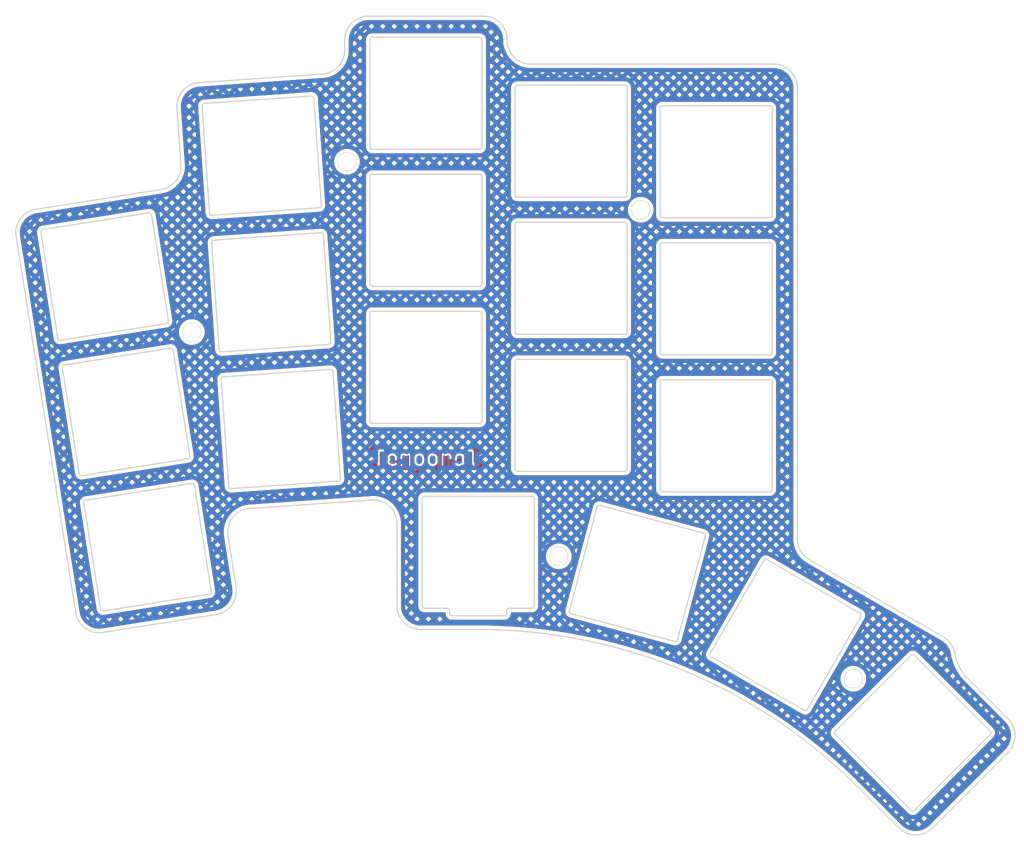
<source format=kicad_pcb>
(kicad_pcb (version 20241229) (generator "pcbnew") (generator_version "9.0")
  (title_block (title "top_plate_38") (date "2026-01-23") (rev "1") (company "Curtis Bollinger"))
  (layers (0 "F.Cu" signal) (2 "B.Cu" signal) (13 "F.Paste" user) (15 "B.Paste" user) (5 "F.SilkS" user "F.Silkscreen") (7 "B.SilkS" user "B.Silkscreen") (1 "F.Mask" user) (3 "B.Mask" user) (25 "Edge.Cuts" user))
  (net 0 "")
  (net 1 "GND")
  (footprint "ceoloide:mounting_hole_npth" (layer "F.Cu") (at 237.589872 126.585966)
    (property "Reference" "MH2" (hide yes))
    (property "Value" "")
    (pad "" np_thru_hole circle (at 0 0) (size 2.2 2.2) (drill 2.2) (layers "*.Cu" "*.Mask"))
  )
  (footprint "ceoloide:mounting_hole_npth" (layer "F.Cu") (at 227.419872 169.585966)
    (property "Reference" "MH4" (hide yes))
    (property "Value" "")
    (pad "" np_thru_hole circle (at 0 0) (size 2.2 2.2) (drill 2.2) (layers "*.Cu" "*.Mask"))
  )
  (footprint "ceoloide:mounting_hole_npth" (layer "F.Cu") (at 201.139872 120.635966)
    (property "Reference" "MH1" (hide yes))
    (property "Value" "")
    (pad "" np_thru_hole circle (at 0 0) (size 2.2 2.2) (drill 2.2) (layers "*.Cu" "*.Mask"))
  )
  (footprint "ceoloide:mounting_hole_npth" (layer "F.Cu") (at 181.888239 141.765191 9)
    (property "Reference" "MH5" (hide yes))
    (property "Value" "")
    (pad "" np_thru_hole circle (at 0 0 9) (size 2.2 2.2) (drill 2.2) (layers "*.Cu" "*.Mask"))
  )
  (footprint "ceoloide:mounting_hole_npth" (layer "F.Cu") (at 263.966131 184.777683 -30)
    (property "Reference" "MH3" (hide yes))
    (property "Value" "")
    (pad "" np_thru_hole circle (at 0 0 330) (size 2.2 2.2) (drill 2.2) (layers "*.Cu" "*.Mask"))
  )
  (gr_circle (center 263.966131 184.777683) (end 265.066131 184.777683) (stroke (width 0.15)) (fill no) (layer "Edge.Cuts"))
  (gr_line (start 217.889872 152.785966) (end 217.889872 139.485966) (stroke (width 0.15)) (layer "Edge.Cuts"))
  (gr_arc (start 253.889872 144.285966) (mid 253.802014 144.49811) (end 253.589872 144.585966) (stroke (width 0.15)) (layer "Edge.Cuts"))
  (gr_arc (start 213.569872 176.035966) (mid 213.782034 176.123822) (end 213.869872 176.335966) (stroke (width 0.15)) (layer "Edge.Cuts"))
  (gr_arc (start 185.594781 144.224293) (mid 185.377059 144.15142) (end 185.274585 143.945951) (stroke (width 0.15)) (layer "Edge.Cuts"))
  (gr_line (start 253.889872 144.285966) (end 253.889872 130.985966) (stroke (width 0.15)) (layer "Edge.Cuts"))
  (gr_line (start 258.490372 169.982067) (end 275.131876 179.590044) (stroke (width 0.15)) (layer "Edge.Cuts"))
  (gr_arc (start 160.088827 129.903838) (mid 160.615928 127.708419) (end 162.541026 126.528675) (stroke (width 0.15)) (layer "Edge.Cuts"))
  (gr_circle (center 181.888239 141.765191) (end 182.988239 141.765191) (stroke (width 0.15)) (fill no) (layer "Edge.Cuts"))
  (gr_line (start 224.369872 175.735966) (end 224.369872 162.435966) (stroke (width 0.15)) (layer "Edge.Cuts"))
  (gr_arc (start 181.640847 157.143221) (mid 181.58727 157.366527) (end 181.391471 157.486458) (stroke (width 0.15)) (layer "Edge.Cuts"))
  (gr_line (start 180.044786 113.962224) (end 180.533592 120.952475) (stroke (width 0.15)) (layer "Edge.Cuts"))
  (gr_arc (start 165.8314 146.181405) (mid 165.885014 145.958156) (end 166.080777 145.838168) (stroke (width 0.15)) (layer "Edge.Cuts"))
  (gr_arc (start 196.706908 112.471803) (mid 196.924639 112.544672) (end 197.027104 112.750145) (stroke (width 0.15)) (layer "Edge.Cuts"))
  (gr_arc (start 210.769872 176.035966) (mid 210.55777 175.948086) (end 210.469872 175.735966) (stroke (width 0.15)) (layer "Edge.Cuts"))
  (gr_line (start 187.38342 173.420788) (end 186.375662 167.058053) (stroke (width 0.15)) (layer "Edge.Cuts"))
  (gr_line (start 232.171129 163.482769) (end 228.728835 176.329582) (stroke (width 0.15)) (layer "Edge.Cuts"))
  (gr_arc (start 184.300233 173.933923) (mid 184.246654 174.157225) (end 184.050857 174.277159) (stroke (width 0.15)) (layer "Edge.Cuts"))
  (gr_line (start 240.289872 161.585966) (end 253.589872 161.585966) (stroke (width 0.15)) (layer "Edge.Cuts"))
  (gr_line (start 253.889872 161.285966) (end 253.889872 147.985966) (stroke (width 0.15)) (layer "Edge.Cuts"))
  (gr_arc (start 204.289872 119.085966) (mid 204.07777 118.998086) (end 203.989872 118.785966) (stroke (width 0.15)) (layer "Edge.Cuts"))
  (gr_arc (start 235.889872 124.735966) (mid 235.802014 124.94811) (end 235.589872 125.035966) (stroke (width 0.15)) (layer "Edge.Cuts"))
  (gr_arc (start 204.289872 136.085966) (mid 204.07777 135.998086) (end 203.989872 135.785966) (stroke (width 0.15)) (layer "Edge.Cuts"))
  (gr_line (start 178.981461 140.352519) (end 176.900882 127.216264) (stroke (width 0.15)) (layer "Edge.Cuts"))
  (gr_line (start 223.965372 108.510466) (end 254.065372 108.510466) (stroke (width 0.15)) (layer "Edge.Cuts"))
  (gr_arc (start 239.989872 147.985966) (mid 240.07775 147.773846) (end 240.289872 147.685966) (stroke (width 0.15)) (layer "Edge.Cuts"))
  (gr_line (start 197.892768 129.430392) (end 184.625166 130.358153) (stroke (width 0.15)) (layer "Edge.Cuts"))
  (gr_arc (start 178.981461 140.352519) (mid 178.927835 140.575743) (end 178.732085 140.695756) (stroke (width 0.15)) (layer "Edge.Cuts"))
  (gr_line (start 235.889872 141.735966) (end 235.889872 128.435966) (stroke (width 0.15)) (layer "Edge.Cuts"))
  (gr_line (start 184.300233 173.933923) (end 182.219654 160.797668) (stroke (width 0.15)) (layer "Edge.Cuts"))
  (gr_line (start 176.557646 126.966888) (end 163.421391 129.047466) (stroke (width 0.15)) (layer "Edge.Cuts"))
  (gr_arc (start 277.875679 184.447544) (mid 276.986206 183.043917) (end 276.523384 181.447943) (stroke (width 0.15)) (layer "Edge.Cuts"))
  (gr_arc (start 197.954865 126.017747) (mid 197.882019 126.235507) (end 197.676523 126.337943) (stroke (width 0.15)) (layer "Edge.Cuts"))
  (gr_line (start 252.862 170.110601) (end 246.212 181.628739) (stroke (width 0.15)) (layer "Edge.Cuts"))
  (gr_line (start 185.532684 147.636938) (end 186.460445 160.90454) (stroke (width 0.15)) (layer "Edge.Cuts"))
  (gr_arc (start 253.589872 147.685966) (mid 253.802034 147.773822) (end 253.889872 147.985966) (stroke (width 0.15)) (layer "Edge.Cuts"))
  (gr_line (start 222.289872 125.035966) (end 235.589872 125.035966) (stroke (width 0.15)) (layer "Edge.Cuts"))
  (gr_line (start 162.541026 126.528675) (end 178.05226 124.071937) (stroke (width 0.15)) (layer "Edge.Cuts"))
  (gr_arc (start 214.169872 176.960966) (mid 213.95777 176.873086) (end 213.869872 176.660966) (stroke (width 0.15)) (layer "Edge.Cuts"))
  (gr_line (start 204.289872 119.085966) (end 217.589872 119.085966) (stroke (width 0.15)) (layer "Edge.Cuts"))
  (gr_arc (start 217.889872 135.785966) (mid 217.802014 135.99811) (end 217.589872 136.085966) (stroke (width 0.15)) (layer "Edge.Cuts"))
  (gr_line (start 210.294372 178.661466) (end 217.384887 178.661466) (stroke (width 0.15)) (layer "Edge.Cuts"))
  (gr_arc (start 224.369872 175.735966) (mid 224.282014 175.94811) (end 224.069872 176.035966) (stroke (width 0.15)) (layer "Edge.Cuts"))
  (gr_line (start 235.889872 158.735966) (end 235.889872 145.435966) (stroke (width 0.15)) (layer "Edge.Cuts"))
  (gr_arc (start 204.18859 162.597511) (mid 206.406278 163.382822) (end 207.344372 165.540325) (stroke (width 0.15)) (layer "Edge.Cuts"))
  (gr_line (start 245.385366 166.71293) (end 232.538552 163.270637) (stroke (width 0.15)) (layer "Edge.Cuts"))
  (gr_arc (start 222.289872 159.035966) (mid 222.07777 158.948086) (end 221.989872 158.735966) (stroke (width 0.15)) (layer "Edge.Cuts"))
  (gr_circle (center 227.419872 169.585966) (end 228.519872 169.585966) (stroke (width 0.15)) (fill no) (layer "Edge.Cuts"))
  (gr_arc (start 235.589872 128.135966) (mid 235.802034 128.223822) (end 235.889872 128.435966) (stroke (width 0.15)) (layer "Edge.Cuts"))
  (gr_line (start 184.346824 130.678349) (end 185.274585 143.945951) (stroke (width 0.15)) (layer "Edge.Cuts"))
  (gr_line (start 239.989872 130.985966) (end 239.989872 144.285966) (stroke (width 0.15)) (layer "Edge.Cuts"))
  (gr_arc (start 242.155204 179.927167) (mid 242.015423 180.10933) (end 241.787781 180.139299) (stroke (width 0.15)) (layer "Edge.Cuts"))
  (gr_arc (start 224.069872 162.135966) (mid 224.282034 162.223822) (end 224.369872 162.435966) (stroke (width 0.15)) (layer "Edge.Cuts"))
  (gr_arc (start 187.38342 173.420788) (mid 186.856355 175.616265) (end 184.931221 176.795951) (stroke (width 0.15)) (layer "Edge.Cuts"))
  (gr_line (start 204.289872 136.085966) (end 217.589872 136.085966) (stroke (width 0.15)) (layer "Edge.Cuts"))
  (gr_arc (start 220.969872 176.335966) (mid 221.05775 176.123846) (end 221.269872 176.035966) (stroke (width 0.15)) (layer "Edge.Cuts"))
  (gr_arc (start 252.862 170.110601) (mid 253.044161 169.970828) (end 253.271808 170.000793) (stroke (width 0.15)) (layer "Edge.Cuts"))
  (gr_line (start 165.8314 146.181405) (end 167.911979 159.31766) (stroke (width 0.15)) (layer "Edge.Cuts"))
  (gr_line (start 257.015372 167.427292) (end 257.015372 111.460466) (stroke (width 0.15)) (layer "Edge.Cuts"))
  (gr_arc (start 217.589872 122.185966) (mid 217.802034 122.273822) (end 217.889872 122.485966) (stroke (width 0.15)) (layer "Edge.Cuts"))
  (gr_arc (start 199.078628 146.388981) (mid 199.296386 146.461822) (end 199.398824 146.667323) (stroke (width 0.15)) (layer "Edge.Cuts"))
  (gr_arc (start 185.532684 147.636938) (mid 185.605533 147.419172) (end 185.811026 147.316742) (stroke (width 0.15)) (layer "Edge.Cuts"))
  (gr_arc (start 220.969872 176.660966) (mid 220.882014 176.87311) (end 220.669872 176.960966) (stroke (width 0.15)) (layer "Edge.Cuts"))
  (gr_line (start 221.989872 128.435966) (end 221.989872 141.735966) (stroke (width 0.15)) (layer "Edge.Cuts"))
  (gr_line (start 235.589872 145.135966) (end 222.289872 145.135966) (stroke (width 0.15)) (layer "Edge.Cuts"))
  (gr_arc (start 203.989872 139.485966) (mid 204.07775 139.273846) (end 204.289872 139.185966) (stroke (width 0.15)) (layer "Edge.Cuts"))
  (gr_line (start 181.876417 160.548292) (end 168.740162 162.62887) (stroke (width 0.15)) (layer "Edge.Cuts"))
  (gr_arc (start 221.989872 145.435966) (mid 222.07775 145.223846) (end 222.289872 145.135966) (stroke (width 0.15)) (layer "Edge.Cuts"))
  (gr_arc (start 217.889872 152.785966) (mid 217.802014 152.99811) (end 217.589872 153.085966) (stroke (width 0.15)) (layer "Edge.Cuts"))
  (gr_line (start 189.083561 163.653758) (end 204.18859 162.597511) (stroke (width 0.15)) (layer "Edge.Cuts"))
  (gr_line (start 280.961223 191.272307) (end 271.556702 181.867787) (stroke (width 0.15)) (layer "Edge.Cuts"))
  (gr_line (start 239.989872 147.985966) (end 239.989872 161.285966) (stroke (width 0.15)) (layer "Edge.Cuts"))
  (gr_line (start 264.492341 198.174012) (end 269.612159 203.29383) (stroke (width 0.15)) (layer "Edge.Cuts"))
  (gr_arc (start 253.589872 130.685966) (mid 253.802034 130.773822) (end 253.889872 130.985966) (stroke (width 0.15)) (layer "Edge.Cuts"))
  (gr_line (start 221.989872 111.435966) (end 221.989872 124.735966) (stroke (width 0.15)) (layer "Edge.Cuts"))
  (gr_line (start 185.594781 144.224293) (end 198.862383 143.296532) (stroke (width 0.15)) (layer "Edge.Cuts"))
  (gr_line (start 221.015372 105.560466) (end 221.015372 105.510466) (stroke (width 0.15)) (layer "Edge.Cuts"))
  (gr_line (start 258.249753 188.578739) (end 264.899753 177.060601) (stroke (width 0.15)) (layer "Edge.Cuts"))
  (gr_line (start 278.032417 184.617381) (end 283.157748 189.752029) (stroke (width 0.15)) (layer "Edge.Cuts"))
  (gr_arc (start 199.140725 142.976336) (mid 199.067881 143.194091) (end 198.862383 143.296532) (stroke (width 0.15)) (layer "Edge.Cuts"))
  (gr_arc (start 197.892768 129.430392) (mid 198.110528 129.503244) (end 198.212964 129.708734) (stroke (width 0.15)) (layer "Edge.Cuts"))
  (gr_arc (start 264.789946 176.650793) (mid 264.929702 176.832957) (end 264.899753 177.060601) (stroke (width 0.15)) (layer "Edge.Cuts"))
  (gr_line (start 235.589872 128.135966) (end 222.289872 128.135966) (stroke (width 0.15)) (layer "Edge.Cuts"))
  (gr_line (start 218.065372 102.560466) (end 203.814372 102.560466) (stroke (width 0.15)) (layer "Edge.Cuts"))
  (gr_line (start 217.589872 139.185966) (end 204.289872 139.185966) (stroke (width 0.15)) (layer "Edge.Cuts"))
  (gr_line (start 242.155204 179.927167) (end 245.597498 167.080353) (stroke (width 0.15)) (layer "Edge.Cuts"))
  (gr_line (start 221.269872 176.035966) (end 224.069872 176.035966) (stroke (width 0.15)) (layer "Edge.Cuts"))
  (gr_circle (center 237.589872 126.585966) (end 238.689872 126.585966) (stroke (width 0.15)) (fill no) (layer "Edge.Cuts"))
  (gr_arc (start 203.989872 122.485966) (mid 204.07775 122.273846) (end 204.289872 122.185966) (stroke (width 0.15)) (layer "Edge.Cuts"))
  (gr_circle (center 201.139872 120.635966) (end 202.239872 120.635966) (stroke (width 0.15)) (fill no) (layer "Edge.Cuts"))
  (gr_line (start 240.289872 127.585966) (end 253.589872 127.585966) (stroke (width 0.15)) (layer "Edge.Cuts"))
  (gr_line (start 203.989872 122.485966) (end 203.989872 135.785966) (stroke (width 0.15)) (layer "Edge.Cuts"))
  (gr_arc (start 246.321808 182.038546) (mid 246.182001 181.85638) (end 246.212 181.628739) (stroke (width 0.15)) (layer "Edge.Cuts"))
  (gr_line (start 170.855675 179.025298) (end 184.931221 176.795951) (stroke (width 0.15)) (layer "Edge.Cuts"))
  (gr_arc (start 261.727918 191.696571) (mid 261.640008 191.484428) (end 261.727918 191.272307) (stroke (width 0.15)) (layer "Edge.Cuts"))
  (gr_line (start 220.969872 176.660966) (end 220.969872 176.335966) (stroke (width 0.15)) (layer "Edge.Cuts"))
  (gr_arc (start 221.989872 128.435966) (mid 222.07775 128.223846) (end 222.289872 128.135966) (stroke (width 0.15)) (layer "Edge.Cuts"))
  (gr_arc (start 184.346824 130.678349) (mid 184.419671 130.460588) (end 184.625166 130.358153) (stroke (width 0.15)) (layer "Edge.Cuts"))
  (gr_arc (start 253.889872 161.285966) (mid 253.802014 161.49811) (end 253.589872 161.585966) (stroke (width 0.15)) (layer "Edge.Cuts"))
  (gr_arc (start 203.989872 105.485966) (mid 204.07775 105.273846) (end 204.289872 105.185966) (stroke (width 0.15)) (layer "Edge.Cuts"))
  (gr_line (start 264.789946 176.650793) (end 253.271808 170.000793) (stroke (width 0.15)) (layer "Edge.Cuts"))
  (gr_arc (start 254.065372 108.510466) (mid 256.151367 109.374489) (end 257.015372 111.460466) (stroke (width 0.15)) (layer "Edge.Cuts"))
  (gr_arc (start 168.255216 159.567036) (mid 168.031952 159.513429) (end 167.911979 159.31766) (stroke (width 0.15)) (layer "Edge.Cuts"))
  (gr_line (start 235.889872 124.735966) (end 235.889872 111.435966) (stroke (width 0.15)) (layer "Edge.Cuts"))
  (gr_arc (start 253.889872 127.285966) (mid 253.802014 127.49811) (end 253.589872 127.585966) (stroke (width 0.15)) (layer "Edge.Cuts"))
  (gr_line (start 163.172015 129.390703) (end 165.252593 142.526958) (stroke (width 0.15)) (layer "Edge.Cuts"))
  (gr_line (start 273.784089 203.29383) (end 283.155854 193.922064) (stroke (width 0.15)) (layer "Edge.Cuts"))
  (gr_arc (start 235.562726 181.189418) (mid 242.879259 183.732609) (end 249.851136 187.107871) (stroke (width 0.15)) (layer "Edge.Cuts"))
  (gr_line (start 196.706908 112.471803) (end 183.439306 113.399564) (stroke (width 0.15)) (layer "Edge.Cuts"))
  (gr_line (start 170.914602 176.357738) (end 184.050857 174.277159) (stroke (width 0.15)) (layer "Edge.Cuts"))
  (gr_line (start 168.255216 159.567036) (end 181.391471 157.486458) (stroke (width 0.15)) (layer "Edge.Cuts"))
  (gr_arc (start 228.940967 176.697006) (mid 228.758782 176.557231) (end 228.728835 176.329582) (stroke (width 0.15)) (layer "Edge.Cuts"))
  (gr_arc (start 204.289872 153.085966) (mid 204.07777 152.998086) (end 203.989872 152.785966) (stroke (width 0.15)) (layer "Edge.Cuts"))
  (gr_line (start 165.59583 142.776334) (end 178.732085 140.695756) (stroke (width 0.15)) (layer "Edge.Cuts"))
  (gr_arc (start 251.531574 188.078073) (mid 258.324363 192.724989) (end 264.492341 198.174012) (stroke (width 0.15)) (layer "Edge.Cuts"))
  (gr_line (start 224.069872 162.135966) (end 210.769872 162.135966) (stroke (width 0.15)) (layer "Edge.Cuts"))
  (gr_arc (start 222.289872 125.035966) (mid 222.07777 124.948086) (end 221.989872 124.735966) (stroke (width 0.15)) (layer "Edge.Cuts"))
  (gr_line (start 168.490786 162.972107) (end 170.571365 176.108362) (stroke (width 0.15)) (layer "Edge.Cuts"))
  (gr_line (start 204.289872 153.085966) (end 217.589872 153.085966) (stroke (width 0.15)) (layer "Edge.Cuts"))
  (gr_line (start 222.289872 142.035966) (end 235.589872 142.035966) (stroke (width 0.15)) (layer "Edge.Cuts"))
  (gr_line (start 200.864372 106.798254) (end 200.864372 105.510466) (stroke (width 0.15)) (layer "Edge.Cuts"))
  (gr_arc (start 165.59583 142.776334) (mid 165.372558 142.722734) (end 165.252593 142.526958) (stroke (width 0.15)) (layer "Edge.Cuts"))
  (gr_line (start 249.851136 187.107871) (end 251.531574 188.078073) (stroke (width 0.15)) (layer "Edge.Cuts"))
  (gr_arc (start 200.326585 159.934925) (mid 200.253749 160.152705) (end 200.048243 160.255121) (stroke (width 0.15)) (layer "Edge.Cuts"))
  (gr_arc (start 271.556702 201.101092) (mid 271.34457 201.18896) (end 271.132438 201.101092) (stroke (width 0.15)) (layer "Edge.Cuts"))
  (gr_line (start 184.408921 127.265704) (end 197.676523 126.337943) (stroke (width 0.15)) (layer "Edge.Cuts"))
  (gr_arc (start 221.989872 111.435966) (mid 222.07775 111.223846) (end 222.289872 111.135966) (stroke (width 0.15)) (layer "Edge.Cuts"))
  (gr_arc (start 186.375662 167.058053) (mid 186.980663 164.760185) (end 189.083561 163.653758) (stroke (width 0.15)) (layer "Edge.Cuts"))
  (gr_arc (start 183.160964 113.71976) (mid 183.233809 113.502004) (end 183.439306 113.399564) (stroke (width 0.15)) (layer "Edge.Cuts"))
  (gr_line (start 199.140725 142.976336) (end 198.212964 129.708734) (stroke (width 0.15)) (layer "Edge.Cuts"))
  (gr_line (start 228.940967 176.697006) (end 241.787781 180.139299) (stroke (width 0.15)) (layer "Edge.Cuts"))
  (gr_arc (start 181.876417 160.548292) (mid 182.099653 160.601915) (end 182.219654 160.797668) (stroke (width 0.15)) (layer "Edge.Cuts"))
  (gr_arc (start 217.889872 118.785966) (mid 217.802014 118.99811) (end 217.589872 119.085966) (stroke (width 0.15)) (layer "Edge.Cuts"))
  (gr_arc (start 239.989872 113.985966) (mid 240.07775 113.773846) (end 240.289872 113.685966) (stroke (width 0.15)) (layer "Edge.Cuts"))
  (gr_arc (start 180.044786 113.962225) (mid 180.761189 111.821041) (end 182.781819 110.813629) (stroke (width 0.15)) (layer "Edge.Cuts"))
  (gr_line (start 253.589872 113.685966) (end 240.289872 113.685966) (stroke (width 0.15)) (layer "Edge.Cuts"))
  (gr_arc (start 278.032417 184.617381) (mid 277.952383 184.533999) (end 277.875679 184.447544) (stroke (width 0.15)) (layer "Edge.Cuts"))
  (gr_arc (start 222.289872 142.035966) (mid 222.07777 141.948086) (end 221.989872 141.735966) (stroke (width 0.15)) (layer "Edge.Cuts"))
  (gr_arc (start 253.589872 113.685966) (mid 253.802034 113.773822) (end 253.889872 113.985966) (stroke (width 0.15)) (layer "Edge.Cuts"))
  (gr_arc (start 258.249753 188.578739) (mid 258.067584 188.718528) (end 257.839946 188.688547) (stroke (width 0.15)) (layer "Edge.Cuts"))
  (gr_arc (start 235.589872 145.135966) (mid 235.802034 145.223822) (end 235.889872 145.435966) (stroke (width 0.15)) (layer "Edge.Cuts"))
  (gr_arc (start 232.171128 163.482769) (mid 232.310903 163.300601) (end 232.538552 163.270637) (stroke (width 0.15)) (layer "Edge.Cuts"))
  (gr_arc (start 210.469872 162.435966) (mid 210.55775 162.223846) (end 210.769872 162.135966) (stroke (width 0.15)) (layer "Edge.Cuts"))
  (gr_arc (start 235.889872 158.735966) (mid 235.802014 158.94811) (end 235.589872 159.035966) (stroke (width 0.15)) (layer "Edge.Cuts"))
  (gr_arc (start 275.131877 179.590044) (mid 276.018047 180.376377) (end 276.523384 181.447943) (stroke (width 0.15)) (layer "Edge.Cuts"))
  (gr_line (start 253.589872 130.685966) (end 240.289872 130.685966) (stroke (width 0.15)) (layer "Edge.Cuts"))
  (gr_arc (start 271.132438 181.867787) (mid 271.34457 181.779919) (end 271.556702 181.867787) (stroke (width 0.15)) (layer "Edge.Cuts"))
  (gr_line (start 213.869872 176.335966) (end 213.869872 176.660966) (stroke (width 0.15)) (layer "Edge.Cuts"))
  (gr_line (start 186.780641 161.182882) (end 200.048243 160.255121) (stroke (width 0.15)) (layer "Edge.Cuts"))
  (gr_arc (start 217.589872 139.185966) (mid 217.802034 139.273822) (end 217.889872 139.485966) (stroke (width 0.15)) (layer "Edge.Cuts"))
  (gr_arc (start 200.864372 106.798254) (mid 200.07188 108.810168) (end 198.120154 109.741068) (stroke (width 0.15)) (layer "Edge.Cuts"))
  (gr_line (start 210.769872 176.035966) (end 213.569872 176.035966) (stroke (width 0.15)) (layer "Edge.Cuts"))
  (gr_arc (start 163.172015 129.390703) (mid 163.22563 129.16746) (end 163.421391 129.047466) (stroke (width 0.15)) (layer "Edge.Cuts"))
  (gr_arc (start 170.855675 179.025298) (mid 168.660227 178.498215) (end 167.480512 176.573099) (stroke (width 0.15)) (layer "Edge.Cuts"))
  (gr_arc (start 239.989872 130.985966) (mid 240.07775 130.773846) (end 240.289872 130.685966) (stroke (width 0.15)) (layer "Edge.Cuts"))
  (gr_line (start 207.344372 165.540325) (end 207.344372 175.711466) (stroke (width 0.15)) (layer "Edge.Cuts"))
  (gr_arc (start 217.589872 105.185966) (mid 217.802034 105.273822) (end 217.889872 105.485966) (stroke (width 0.15)) (layer "Edge.Cuts"))
  (gr_line (start 160.088827 129.903838) (end 167.480512 176.573099) (stroke (width 0.15)) (layer "Edge.Cuts"))
  (gr_line (start 217.889872 135.785966) (end 217.889872 122.485966) (stroke (width 0.15)) (layer "Edge.Cuts"))
  (gr_line (start 240.289872 144.585966) (end 253.589872 144.585966) (stroke (width 0.15)) (layer "Edge.Cuts"))
  (gr_arc (start 240.289872 127.585966) (mid 240.07777 127.498086) (end 239.989872 127.285966) (stroke (width 0.15)) (layer "Edge.Cuts"))
  (gr_line (start 197.954865 126.017747) (end 197.027104 112.750145) (stroke (width 0.15)) (layer "Edge.Cuts"))
  (gr_line (start 261.727918 191.696571) (end 271.132438 201.101092) (stroke (width 0.15)) (layer "Edge.Cuts"))
  (gr_line (start 239.989872 113.985966) (end 239.989872 127.285966) (stroke (width 0.15)) (layer "Edge.Cuts"))
  (gr_line (start 181.640847 157.143221) (end 179.560268 144.006966) (stroke (width 0.15)) (layer "Edge.Cuts"))
  (gr_arc (start 240.289872 144.585966) (mid 240.07777 144.498086) (end 239.989872 144.285966) (stroke (width 0.15)) (layer "Edge.Cuts"))
  (gr_arc (start 280.961223 191.272307) (mid 281.049066 191.484428) (end 280.961223 191.696571) (stroke (width 0.15)) (layer "Edge.Cuts"))
  (gr_arc (start 210.294372 178.661466) (mid 208.208437 177.797419) (end 207.344372 175.711466) (stroke (width 0.15)) (layer "Edge.Cuts"))
  (gr_line (start 214.169872 176.960966) (end 220.669872 176.960966) (stroke (width 0.15)) (layer "Edge.Cuts"))
  (gr_line (start 203.989872 139.485966) (end 203.989872 152.785966) (stroke (width 0.15)) (layer "Edge.Cuts"))
  (gr_line (start 233.688441 180.687205) (end 235.562726 181.189418) (stroke (width 0.15)) (layer "Edge.Cuts"))
  (gr_line (start 253.589872 147.685966) (end 240.289872 147.685966) (stroke (width 0.15)) (layer "Edge.Cuts"))
  (gr_line (start 271.556702 201.101092) (end 280.961223 191.696571) (stroke (width 0.15)) (layer "Edge.Cuts"))
  (gr_arc (start 240.289872 161.585966) (mid 240.07777 161.498086) (end 239.989872 161.285966) (stroke (width 0.15)) (layer "Edge.Cuts"))
  (gr_arc (start 273.784089 203.29383) (mid 271.698124 204.157865) (end 269.612159 203.29383) (stroke (width 0.15)) (layer "Edge.Cuts"))
  (gr_line (start 235.589872 111.135966) (end 222.289872 111.135966) (stroke (width 0.15)) (layer "Edge.Cuts"))
  (gr_arc (start 235.589872 111.135966) (mid 235.802034 111.223822) (end 235.889872 111.435966) (stroke (width 0.15)) (layer "Edge.Cuts"))
  (gr_arc (start 176.557646 126.966888) (mid 176.780928 127.020478) (end 176.900882 127.216264) (stroke (width 0.15)) (layer "Edge.Cuts"))
  (gr_line (start 217.589872 105.185966) (end 204.289872 105.185966) (stroke (width 0.15)) (layer "Edge.Cuts"))
  (gr_line (start 246.321808 182.038546) (end 257.839946 188.688547) (stroke (width 0.15)) (layer "Edge.Cuts"))
  (gr_arc (start 200.864372 105.510466) (mid 201.728417 103.424513) (end 203.814372 102.560466) (stroke (width 0.15)) (layer "Edge.Cuts"))
  (gr_line (start 222.289872 159.035966) (end 235.589872 159.035966) (stroke (width 0.15)) (layer "Edge.Cuts"))
  (gr_line (start 217.589872 122.185966) (end 204.289872 122.185966) (stroke (width 0.15)) (layer "Edge.Cuts"))
  (gr_line (start 182.781819 110.813629) (end 198.120154 109.741068) (stroke (width 0.15)) (layer "Edge.Cuts"))
  (gr_line (start 203.989872 105.485966) (end 203.989872 118.785966) (stroke (width 0.15)) (layer "Edge.Cuts"))
  (gr_line (start 217.889872 118.785966) (end 217.889872 105.485966) (stroke (width 0.15)) (layer "Edge.Cuts"))
  (gr_line (start 200.326585 159.934925) (end 199.398824 146.667323) (stroke (width 0.15)) (layer "Edge.Cuts"))
  (gr_arc (start 235.889872 141.735966) (mid 235.802014 141.94811) (end 235.589872 142.035966) (stroke (width 0.15)) (layer "Edge.Cuts"))
  (gr_arc (start 180.533592 120.952475) (mid 179.899489 122.994695) (end 178.05226 124.071937) (stroke (width 0.15)) (layer "Edge.Cuts"))
  (gr_arc (start 217.384887 178.661466) (mid 225.599348 179.169839) (end 233.688441 180.687205) (stroke (width 0.15)) (layer "Edge.Cuts"))
  (gr_arc (start 283.157748 189.752029) (mid 284.019893 191.837439) (end 283.155854 193.922064) (stroke (width 0.15)) (layer "Edge.Cuts"))
  (gr_arc (start 179.217031 143.75759) (mid 179.440322 143.811173) (end 179.560268 144.006966) (stroke (width 0.15)) (layer "Edge.Cuts"))
  (gr_line (start 179.217031 143.75759) (end 166.080777 145.838168) (stroke (width 0.15)) (layer "Edge.Cuts"))
  (gr_line (start 271.132438 181.867787) (end 261.727918 191.272307) (stroke (width 0.15)) (layer "Edge.Cuts"))
  (gr_arc (start 184.408921 127.265704) (mid 184.19117 127.192847) (end 184.088725 126.987362) (stroke (width 0.15)) (layer "Edge.Cuts"))
  (gr_line (start 210.469872 162.435966) (end 210.469872 175.735966) (stroke (width 0.15)) (layer "Edge.Cuts"))
  (gr_line (start 199.078628 146.388981) (end 185.811026 147.316742) (stroke (width 0.15)) (layer "Edge.Cuts"))
  (gr_line (start 221.989872 145.435966) (end 221.989872 158.735966) (stroke (width 0.15)) (layer "Edge.Cuts"))
  (gr_arc (start 218.065372 102.560466) (mid 220.151367 103.424489) (end 221.015372 105.510466) (stroke (width 0.15)) (layer "Edge.Cuts"))
  (gr_line (start 183.160964 113.71976) (end 184.088725 126.987362) (stroke (width 0.15)) (layer "Edge.Cuts"))
  (gr_arc (start 245.385366 166.71293) (mid 245.567512 166.852711) (end 245.597498 167.080353) (stroke (width 0.15)) (layer "Edge.Cuts"))
  (gr_arc (start 170.914602 176.357738) (mid 170.691346 176.304125) (end 170.571365 176.108362) (stroke (width 0.15)) (layer "Edge.Cuts"))
  (gr_arc (start 258.490372 169.982067) (mid 257.41061 168.902288) (end 257.015372 167.427292) (stroke (width 0.15)) (layer "Edge.Cuts"))
  (gr_line (start 253.889872 127.285966) (end 253.889872 113.985966) (stroke (width 0.15)) (layer "Edge.Cuts"))
  (gr_arc (start 223.965372 108.510466) (mid 221.879437 107.646419) (end 221.015372 105.560466) (stroke (width 0.15)) (layer "Edge.Cuts"))
  (gr_arc (start 186.780641 161.182882) (mid 186.562884 161.110032) (end 186.460445 160.90454) (stroke (width 0.15)) (layer "Edge.Cuts"))
  (gr_arc (start 168.490786 162.972107) (mid 168.544398 162.748854) (end 168.740162 162.62887) (stroke (width 0.15)) (layer "Edge.Cuts"))
  (zone (net 0) (net_name "") (layer "F.Cu") (name "TEXT_Temporal_2") (connect_pads (clearance 0)) (min_thickness 0.25)
    (keepout (tracks allowed) (vias allowed) (pads allowed) (copperpour not_allowed) (footprints allowed))
    (fill (thermal_gap 0.5) (thermal_bridge_width 0.5))
    (polygon (pts (xy 209.038271 158.387017) (xy 208.979212 158.397229) (xy 208.919799 158.387063) (xy 208.874066 158.357905) (xy 208.844253 158.312381) (xy 208.833522 158.248118) (xy 208.833522 157.230603) (xy 208.826045 157.16288) (xy 208.804212 157.102741) (xy 208.779852 157.071487) (xy 208.744443 157.052212) (xy 208.693937 157.0451) (xy 208.64709 157.051911) (xy 208.61334 157.070624) (xy 208.589279 157.101398) (xy 208.567484 157.160284) (xy 208.55997 157.227794) (xy 208.55997 158.262284) (xy 208.549718 158.320899) (xy 208.521135 158.362058) (xy 208.478607 158.388309) (xy 208.427101 158.397229) (xy 208.375575 158.388313) (xy 208.332946 158.362058) (xy 208.304457 158.32091) (xy 208.294233 158.262284) (xy 208.294233 157.230603) (xy 208.286935 157.16284) (xy 208.265657 157.102741) (xy 208.241731 157.071614) (xy 208.20615 157.052286) (xy 208.154526 157.0451) (xy 208.104478 157.051863) (xy 208.068688 157.070254) (xy 208.043396 157.099933) (xy 208.020236 157.158152) (xy 208.012133 157.227794) (xy 208.012133 158.248118) (xy 208.001712 158.312501) (xy 207.972932 158.357905) (xy 207.928814 158.387134) (xy 207.872182 158.397229) (xy 207.812541 158.387108) (xy 207.765692 158.357905) (xy 207.734745 158.312267) (xy 207.723682 158.24824) (xy 207.723682 156.921513) (xy 207.734295 156.865986) (xy 207.764226 156.827358) (xy 207.808657 156.803344) (xy 207.863755 156.794996) (xy 207.92095 156.803488) (xy 207.964506 156.827358) (xy 207.993392 156.865862) (xy 208.003706 156.921513) (xy 208.003706 157.008586) (xy 208.040421 156.918211) (xy 208.089436 156.852637) (xy 208.13154 156.822033) (xy 208.18773 156.802281) (xy 208.26236 156.794996) (xy 208.340379 156.802924) (xy 208.40193 156.824889) (xy 208.450671 156.85972) (xy 208.505292 156.93008) (xy 208.532248 157.008586) (xy 208.564289 156.925858) (xy 208.621641 156.856911) (xy 208.671753 156.823805) (xy 208.735677 156.802674) (xy 208.817279 156.794996) (xy 208.896897 156.802891) (xy 208.958452 156.824549) (xy 209.010858 156.859734) (xy 209.053462 156.906126) (xy 209.085243 156.961857) (xy 209.106585 157.02837) (xy 209.118004 157.100206) (xy 209.121972 157.180044) (xy 209.121972 158.24824) (xy 209.111556 158.312517) (xy 209.082771 158.357905)))
  )
  (zone (net 0) (net_name "") (layer "F.Cu") (name "TEXT_Temporal_1") (connect_pads (clearance 0)) (min_thickness 0.25)
    (keepout (tracks allowed) (vias allowed) (pads allowed) (copperpour not_allowed) (footprints allowed))
    (fill (thermal_gap 0.5) (thermal_bridge_width 0.5))
    (polygon (pts (xy 206.8746 156.802278) (xy 206.968261 156.822582) (xy 207.04603 156.854224) (xy 207.148828 156.924789) (xy 207.229457 157.017501) (xy 207.288576 157.12838) (xy 207.328864 157.259668) (xy 207.350694 157.400752) (xy 207.358295 157.55801) (xy 207.348564 157.615452) (xy 207.320437 157.660836) (xy 207.277007 157.691027) (xy 207.218221 157.701625) (xy 206.38975 157.701625) (xy 206.40963 157.803656) (xy 206.438598 157.886395) (xy 206.479059 157.958966) (xy 206.526892 158.015111) (xy 206.583977 158.05918) (xy 206.648647 158.090704) (xy 206.719096 158.109464) (xy 206.795681 158.115861) (xy 206.909293 158.105536) (xy 206.991564 158.078125) (xy 207.109167 158.009493) (xy 207.149711 157.980184) (xy 207.190378 157.973101) (xy 207.243742 157.984097) (xy 207.28551 158.016698) (xy 207.313039 158.063027) (xy 207.322025 158.113541) (xy 207.309324 158.171182) (xy 207.292094 158.197772) (xy 207.257545 158.234196) (xy 207.16229 158.304538) (xy 207.053113 158.35644) (xy 206.928549 158.387337) (xy 206.789942 158.397229) (xy 206.680844 158.390603) (xy 206.583829 158.371581) (xy 206.497217 158.341053) (xy 206.379615 158.272575) (xy 206.283016 158.180829) (xy 206.207436 158.068163) (xy 206.150025 157.930603) (xy 206.115872 157.779269) (xy 206.103864 157.604538) (xy 206.112088 157.459336) (xy 206.38975 157.459336) (xy 207.042733 157.459336) (xy 207.070699 157.443949) (xy 207.080341 157.42346) (xy 207.084743 157.377637) (xy 207.07952 157.322283) (xy 207.063738 157.267972) (xy 207.037582 157.217429) (xy 207.000601 157.172229) (xy 206.954652 157.134285) (xy 206.898263 157.10323) (xy 206.835361 157.08331) (xy 206.762464 157.076363) (xy 206.684037 157.083671) (xy 206.616651 157.104573) (xy 206.556574 157.138527) (xy 206.506009 157.183464) (xy 206.464743 157.238117) (xy 206.43176 157.303143) (xy 206.407681 157.374897) (xy 206.38975 157.459336) (xy 206.112088 157.459336) (xy 206.112673 157.449014) (xy 206.13879 157.299723) (xy 206.185385 157.159254) (xy 206.252241 157.039605) (xy 206.309479 156.969943) (xy 206.376814 156.910623) (xy 206.455207 156.861063) (xy 206.540781 156.825574) (xy 206.641978 156.80302) (xy 206.761854 156.794996)))
  )
  (zone (net 1) (net_name "GND") (layer "F.Cu") (connect_pads (clearance 0.2)) (min_thickness 0.2) (fill yes (mode hatch) (thermal_gap 0.254) (thermal_bridge_width 0.4) (smoothing fillet) (radius 0.5) (hatch_thickness 0.5) (hatch_gap 0.5) (hatch_orientation 45) (hatch_smoothing_level 1) (hatch_smoothing_value 0.1) (hatch_border_algorithm hatch_thickness) (hatch_min_hole_area 0.3))
    (polygon (pts (xy 158.088827 100.560466) (xy 285.157748 100.560466) (xy 285.157748 205.29383) (xy 158.088827 205.29383)))
  )
  (zone (net 0) (net_name "") (layer "F.Cu") (name "TEXT_Temporal_7") (connect_pads (clearance 0)) (min_thickness 0.25)
    (keepout (tracks allowed) (vias allowed) (pads allowed) (copperpour not_allowed) (footprints allowed))
    (fill (thermal_gap 0.5) (thermal_bridge_width 0.5))
    (polygon (pts (xy 205.066686 158.389413) (xy 205.001108 158.379469) (xy 204.958487 158.353021) (xy 204.93233 158.30992) (xy 204.922461 158.243478) (xy 204.922461 156.599601) (xy 204.514453 156.599601) (xy 204.455531 156.589646) (xy 204.41236 156.561621) (xy 204.38453 156.518219) (xy 204.374624 156.458917) (xy 204.384219 156.3995) (xy 204.411016 156.356213) (xy 204.45358 156.328353) (xy 204.514942 156.318233) (xy 205.625514 156.318233) (xy 205.686769 156.328349) (xy 205.729317 156.356213) (xy 205.756208 156.39951) (xy 205.765831 156.458917) (xy 205.755786 156.518167) (xy 205.727485 156.561621) (xy 205.683811 156.589634) (xy 205.624171 156.599601) (xy 205.210912 156.599601) (xy 205.210912 158.243478) (xy 205.201043 158.30992) (xy 205.174886 158.353021) (xy 205.132264 158.379469)))
  )
  (zone (net 0) (net_name "") (layer "F.Cu") (name "TEXT_Temporal_4") (connect_pads (clearance 0)) (min_thickness 0.25)
    (keepout (tracks allowed) (vias allowed) (pads allowed) (copperpour not_allowed) (footprints allowed))
    (fill (thermal_gap 0.5) (thermal_bridge_width 0.5))
    (polygon (pts (xy 213.821819 156.813248) (xy 213.908399 156.844821) (xy 213.979991 156.896224) (xy 214.035284 156.963523) (xy 214.07478 157.043786) (xy 214.100741 157.139622) (xy 214.114256 157.242187) (xy 214.118937 157.3548) (xy 214.118937 157.388261) (xy 214.109316 157.454351) (xy 214.083888 157.497194) (xy 214.041738 157.523473) (xy 213.973246 157.533586) (xy 213.907311 157.523553) (xy 213.865413 157.497072) (xy 213.840086 157.454093) (xy 213.830486 157.387651) (xy 213.830486 157.359563) (xy 213.820716 157.248921) (xy 213.807113 157.19959) (xy 213.787255 157.159162) (xy 213.75906 157.125468) (xy 213.720455 157.098834) (xy 213.673455 157.082524) (xy 213.607859 157.076363) (xy 213.53575 157.081237) (xy 213.463023 157.096025) (xy 213.393654 157.121391) (xy 213.330887 157.157818) (xy 213.276439 157.204582) (xy 213.233434 157.260156) (xy 213.20564 157.324433) (xy 213.195943 157.401695) (xy 213.195943 158.251293) (xy 213.186077 158.319926) (xy 213.160528 158.36218) (xy 213.118481 158.387532) (xy 213.051718 158.397229) (xy 212.984934 158.387536) (xy 212.942785 158.36218) (xy 212.91733 158.320056) (xy 212.907492 158.251538) (xy 212.907492 156.94435) (xy 212.917232 156.878294) (xy 212.942785 156.836517) (xy 212.984934 156.81116) (xy 213.051718 156.801468) (xy 213.118505 156.811106) (xy 213.160528 156.836273) (xy 213.186187 156.877782) (xy 213.195943 156.943251) (xy 213.195943 157.093216) (xy 213.2272 157.029938) (xy 213.271292 156.972438) (xy 213.325625 156.922691) (xy 213.38975 156.880725) (xy 213.46053 156.847633) (xy 213.53886 156.822351) (xy 213.620494 156.806689) (xy 213.70348 156.801468)))
  )
  (zone (net 0) (net_name "") (layer "F.Cu") (name "TEXT_Temporal_5") (connect_pads (clearance 0)) (min_thickness 0.25)
    (keepout (tracks allowed) (vias allowed) (pads allowed) (copperpour not_allowed) (footprints allowed))
    (fill (thermal_gap 0.5) (thermal_bridge_width 0.5))
    (polygon (pts (xy 215.672731 156.804407) (xy 215.708713 156.827358) (xy 215.726201 156.866017) (xy 215.725444 156.932748) (xy 215.686243 157.253195) (xy 215.672321 157.572298) (xy 215.677826 157.734771) (xy 215.69467 157.90398) (xy 215.721432 158.075757) (xy 215.759028 158.262284) (xy 215.763596 158.324864) (xy 215.750601 158.363523) (xy 215.719537 158.387394) (xy 215.656201 158.397229) (xy 215.589194 158.388225) (xy 215.540064 158.363523) (xy 215.504457 158.322683) (xy 215.4823 158.262162) (xy 215.435528 158.031597) (xy 215.399136 158.118914) (xy 215.352333 158.198706) (xy 215.296802 158.265714) (xy 215.232196 158.321269) (xy 215.15867 158.362498) (xy 215.072322 158.388172) (xy 214.970123 158.397229) (xy 214.8714 158.388336) (xy 214.779369 158.362058) (xy 214.696164 158.316456) (xy 214.623665 158.24824) (xy 214.565899 158.160946) (xy 214.517175 158.043076) (xy 214.487589 157.908649) (xy 214.477552 157.747787) (xy 214.764959 157.747787) (xy 214.772538 157.861092) (xy 214.793083 157.94935) (xy 214.824188 158.017553) (xy 214.870671 158.071999) (xy 214.930316 158.104397) (xy 215.007492 158.115861) (xy 215.08622 158.105297) (xy 215.158312 158.073729) (xy 215.222036 158.023521) (xy 215.279579 157.952829) (xy 215.325152 157.868463) (xy 215.3614 157.763296) (xy 215.383177 157.648182) (xy 215.390954 157.511848) (xy 215.385214 157.364326) (xy 215.37546 157.289216) (xy 215.358469 157.223886) (xy 215.330746 157.165619) (xy 215.290814 157.118617) (xy 215.237401 157.08777) (xy 215.159778 157.076363) (xy 215.078561 157.089171) (xy 215.001753 157.128387) (xy 214.934876 157.188495) (xy 214.876212 157.27017) (xy 214.830775 157.365749) (xy 214.794512 157.48376) (xy 214.772531 157.60993) (xy 214.764959 157.747787) (xy 214.477552 157.747787) (xy 214.476508 157.731056) (xy 214.486916 157.540589) (xy 214.517175 157.365669) (xy 214.568893 157.202305) (xy 214.637709 157.067693) (xy 214.696352 156.988541) (xy 214.763494 156.922387) (xy 214.839697 156.868146) (xy 214.92374 156.828047) (xy 215.016988 156.803483) (xy 215.121432 156.794996) (xy 215.208761 156.803282) (xy 215.278553 156.826286) (xy 215.334533 156.862651) (xy 215.390359 156.924048) (xy 215.435528 156.997595) (xy 215.443954 156.932871) (xy 215.464021 156.865419) (xy 215.4961 156.826014) (xy 215.541771 156.803313) (xy 215.604666 156.794996)))
  )
  (zone (net 0) (net_name "") (layer "F.Cu") (name "TEXT_Temporal_3") (connect_pads (clearance 0)) (min_thickness 0.25)
    (keepout (tracks allowed) (vias allowed) (pads allowed) (copperpour not_allowed) (footprints allowed))
    (fill (thermal_gap 0.5) (thermal_bridge_width 0.5))
    (polygon (pts (xy 211.886714 156.802416) (xy 211.981984 156.823464) (xy 212.064366 156.856911) (xy 212.174901 156.929846) (xy 212.264523 157.024095) (xy 212.332487 157.13765) (xy 212.38066 157.275665) (xy 212.407657 157.425592) (xy 212.417053 157.593303) (xy 212.407309 157.761141) (xy 212.379195 157.912407) (xy 212.329989 158.05185) (xy 212.261714 158.166785) (xy 212.171999 158.262149) (xy 212.061557 158.335435) (xy 211.979207 158.368897) (xy 211.884814 158.389864) (xy 211.776159 158.397229) (xy 211.667505 158.389867) (xy 211.573068 158.3689) (xy 211.49064 158.335435) (xy 211.380299 158.262158) (xy 211.290605 158.166785) (xy 211.222302 158.051854) (xy 211.173002 157.912407) (xy 211.144979 157.761146) (xy 211.135429 157.596112) (xy 211.423717 157.596112) (xy 211.429191 157.708813) (xy 211.444722 157.80726) (xy 211.472002 157.898326) (xy 211.50908 157.973223) (xy 211.558517 158.036248) (xy 211.618134 158.082888) (xy 211.688729 158.112011) (xy 211.776159 158.122333) (xy 211.863679 158.112003) (xy 211.934185 158.082888) (xy 211.993877 158.036233) (xy 212.043239 157.973223) (xy 212.080254 157.898137) (xy 212.107597 157.805795) (xy 212.123148 157.706162) (xy 212.128602 157.593303) (xy 212.123472 157.480565) (xy 212.10894 157.382277) (xy 212.08272 157.291359) (xy 212.046048 157.217658) (xy 211.996541 157.155854) (xy 211.93565 157.109336) (xy 211.863893 157.080178) (xy 211.776159 157.069891) (xy 211.688532 157.080174) (xy 211.616791 157.109336) (xy 211.555979 157.156108) (xy 211.506271 157.219123) (xy 211.469512 157.293966) (xy 211.443256 157.385086) (xy 211.428816 157.483369) (xy 211.423717 157.596112) (xy 211.135429 157.596112) (xy 211.135266 157.593303) (xy 211.144685 157.425771) (xy 211.171658 157.277131) (xy 211.220007 157.140151) (xy 211.289139 157.025561) (xy 211.380027 156.930048) (xy 211.49064 156.856911) (xy 211.573075 156.823377) (xy 211.667512 156.802371) (xy 211.776159 156.794996)))
  )
  (zone (net 0) (net_name "") (layer "F.Cu") (name "TEXT_Temporal_0") (connect_pads (clearance 0)) (min_thickness 0.25)
    (keepout (tracks allowed) (vias allowed) (pads allowed) (copperpour not_allowed) (footprints allowed))
    (fill (thermal_gap 0.5) (thermal_bridge_width 0.5))
    (polygon (pts (xy 210.309788 156.80307) (xy 210.399119 156.825575) (xy 210.472757 156.860819) (xy 210.567508 156.936989) (xy 210.637866 157.032888) (xy 210.686565 157.144657) (xy 210.717611 157.274811) (xy 210.73334 157.411119) (xy 210.738616 157.550194) (xy 210.732694 157.698419) (xy 210.714802 157.848171) (xy 210.680603 157.992254) (xy 210.627974 158.118059) (xy 210.580353 158.193403) (xy 210.521884 158.258409) (xy 210.451753 158.313942) (xy 210.372807 158.354391) (xy 210.276644 158.380163) (xy 210.159272 158.389413) (xy 210.063332 158.379852) (xy 209.981282 158.352486) (xy 209.910266 158.307836) (xy 209.851234 158.248119) (xy 209.80965 158.179359) (xy 209.784359 158.099741) (xy 209.784359 158.750892) (xy 209.774302 158.819771) (xy 209.748211 158.862145) (xy 209.705711 158.887761) (xy 209.640134 158.897438) (xy 209.574425 158.887816) (xy 209.531934 158.862389) (xy 209.505923 158.82019) (xy 209.495908 158.751747) (xy 209.495908 157.692588) (xy 209.784359 157.692588) (xy 209.790179 157.762127) (xy 209.808173 157.834737) (xy 209.836669 157.904678) (xy 209.874118 157.968582) (xy 209.921372 158.024442) (xy 209.978166 158.068966) (xy 210.042778 158.098278) (xy 210.112988 158.108045) (xy 210.217586 158.095175) (xy 210.291407 158.060662) (xy 210.34972 158.006063) (xy 210.393989 157.935243) (xy 210.423449 157.853623) (xy 210.440273 157.759511) (xy 210.450165 157.561552) (xy 210.437464 157.374706) (xy 210.419055 157.289215) (xy 210.39118 157.218635) (xy 210.350761 157.158596) (xy 210.29849 157.114099) (xy 210.234485 157.08633) (xy 210.152311 157.076363) (xy 210.080742 157.083679) (xy 210.011871 157.105672) (xy 209.948355 157.140077) (xy 209.893902 157.18383) (xy 209.848621 157.236367) (xy 209.81379 157.29667) (xy 209.791696 157.362283) (xy 209.784359 157.430515) (xy 209.784359 157.692588) (xy 209.495908 157.692588) (xy 209.495908 157.430515) (xy 209.495908 156.940808) (xy 209.505415 156.874438) (xy 209.530469 156.83151) (xy 209.572338 156.805121) (xy 209.640134 156.794996) (xy 209.705581 156.804993) (xy 209.748211 156.831632) (xy 209.774461 156.874744) (xy 209.784359 156.941175) (xy 209.784359 157.109825) (xy 209.812666 157.042041) (xy 209.845908 156.981963) (xy 209.886055 156.928255) (xy 209.932614 156.883656) (xy 209.986253 156.847389) (xy 210.048752 156.818931) (xy 210.117726 156.801309) (xy 210.201282 156.794996)))
  )
  (zone (net 0) (net_name "") (layer "F.Cu") (name "TEXT_Temporal_6") (connect_pads (clearance 0)) (min_thickness 0.25)
    (keepout (tracks allowed) (vias allowed) (pads allowed) (copperpour not_allowed) (footprints allowed))
    (fill (thermal_gap 0.5) (thermal_bridge_width 0.5))
    (polygon (pts (xy 216.698603 156.326105) (xy 216.759218 156.347329) (xy 216.804021 156.380027) (xy 216.836488 156.425113) (xy 216.857607 156.486199) (xy 216.865448 156.568338) (xy 216.865448 157.711395) (xy 216.873238 157.84819) (xy 216.893566 157.946853) (xy 216.922845 158.01621) (xy 216.96796 158.072258) (xy 217.023269 158.104658) (xy 217.092227 158.115861) (xy 217.192977 158.107434) (xy 217.243791 158.094666) (xy 217.302276 158.07092) (xy 217.36482 158.051641) (xy 217.412796 158.056876) (xy 217.454234 158.082671) (xy 217.492663 158.132591) (xy 217.516887 158.194118) (xy 217.515011 158.24531) (xy 217.491372 158.289324) (xy 217.445036 158.323956) (xy 217.353086 158.363131) (xy 217.257457 158.384528) (xy 217.041913 158.397229) (xy 216.938944 158.387489) (xy 216.848595 158.359371) (xy 216.768891 158.311578) (xy 216.701561 158.242867) (xy 216.649719 158.156656) (xy 216.609115 158.043565) (xy 216.585637 157.91697) (xy 216.576997 157.75719) (xy 216.576997 156.707434) (xy 216.568281 156.651381) (xy 216.545001 156.614866) (xy 216.507754 156.592361) (xy 216.451944 156.58397) (xy 216.273891 156.58397) (xy 216.215673 156.574806) (xy 216.176561 156.55002) (xy 216.152254 156.510332) (xy 216.143221 156.451102) (xy 216.152283 156.391883) (xy 216.176683 156.352183) (xy 216.215912 156.327397) (xy 216.274258 156.318233) (xy 216.617175 156.318233)))
  )
  (zone (net 1) (net_name "GND") (layer "B.Cu") (connect_pads (clearance 0.2)) (min_thickness 0.2) (fill yes (mode hatch) (thermal_gap 0.254) (thermal_bridge_width 0.4) (smoothing fillet) (radius 0.5) (hatch_thickness 0.5) (hatch_gap 0.5) (hatch_orientation 45) (hatch_smoothing_level 1) (hatch_smoothing_value 0.1) (hatch_border_algorithm hatch_thickness) (hatch_min_hole_area 0.3))
    (polygon (pts (xy 158.088827 100.560466) (xy 285.157748 100.560466) (xy 285.157748 205.29383) (xy 158.088827 205.29383)))
  )
  (zone (net 0) (net_name "") (layer "B.Cu") (name "TEXT_Temporal_7") (connect_pads (clearance 0)) (min_thickness 0.25)
    (keepout (tracks allowed) (vias allowed) (pads allowed) (copperpour not_allowed) (footprints allowed))
    (fill (thermal_gap 0.5) (thermal_bridge_width 0.5))
    (polygon (pts (xy 216.813057 158.389413) (xy 216.747479 158.379469) (xy 216.704857 158.353021) (xy 216.6787 158.30992) (xy 216.668831 158.243478) (xy 216.668831 156.599601) (xy 216.255572 156.599601) (xy 216.195932 156.589634) (xy 216.152258 156.561621) (xy 216.123957 156.518167) (xy 216.113912 156.458917) (xy 216.123535 156.39951) (xy 216.150426 156.356213) (xy 216.192974 156.328349) (xy 216.254229 156.318233) (xy 217.364801 156.318233) (xy 217.426163 156.328353) (xy 217.468727 156.356213) (xy 217.495524 156.3995) (xy 217.505119 156.458917) (xy 217.495213 156.518219) (xy 217.467383 156.561621) (xy 217.424212 156.589646) (xy 217.36529 156.599601) (xy 216.957282 156.599601) (xy 216.957282 158.243478) (xy 216.947413 158.30992) (xy 216.921256 158.353021) (xy 216.878635 158.379469)))
  )
  (zone (net 0) (net_name "") (layer "B.Cu") (name "TEXT_Temporal_2") (connect_pads (clearance 0)) (min_thickness 0.25)
    (keepout (tracks allowed) (vias allowed) (pads allowed) (copperpour not_allowed) (footprints allowed))
    (fill (thermal_gap 0.5) (thermal_bridge_width 0.5))
    (polygon (pts (xy 206.862755 156.803483) (xy 206.956003 156.828047) (xy 207.040046 156.868146) (xy 207.116249 156.922387) (xy 207.183391 156.988541) (xy 207.242034 157.067693) (xy 207.31085 157.202305) (xy 207.362568 157.365669) (xy 207.392827 157.540589) (xy 207.403235 157.731056) (xy 207.392154 157.908649) (xy 207.362568 158.043076) (xy 207.313844 158.160946) (xy 207.256078 158.24824) (xy 207.183579 158.316456) (xy 207.100374 158.362058) (xy 207.008343 158.388336) (xy 206.90962 158.397229) (xy 206.807421 158.388172) (xy 206.721073 158.362498) (xy 206.647547 158.321269) (xy 206.582941 158.265714) (xy 206.52741 158.198706) (xy 206.480607 158.118914) (xy 206.444215 158.031597) (xy 206.397443 158.262162) (xy 206.375286 158.322683) (xy 206.339679 158.363523) (xy 206.290549 158.388225) (xy 206.223542 158.397229) (xy 206.160206 158.387394) (xy 206.129142 158.363523) (xy 206.116147 158.324864) (xy 206.120715 158.262284) (xy 206.158311 158.075757) (xy 206.185073 157.90398) (xy 206.201917 157.734771) (xy 206.207422 157.572298) (xy 206.204785 157.511848) (xy 206.488789 157.511848) (xy 206.496566 157.648182) (xy 206.518343 157.763296) (xy 206.554591 157.868463) (xy 206.600164 157.952829) (xy 206.657707 158.023521) (xy 206.721431 158.073729) (xy 206.793523 158.105297) (xy 206.872251 158.115861) (xy 206.949427 158.104397) (xy 207.009072 158.071999) (xy 207.055555 158.017553) (xy 207.08666 157.94935) (xy 207.107205 157.861092) (xy 207.114784 157.747787) (xy 207.107212 157.60993) (xy 207.085231 157.48376) (xy 207.048968 157.365749) (xy 207.003531 157.27017) (xy 206.944867 157.188495) (xy 206.87799 157.128387) (xy 206.801182 157.089171) (xy 206.719965 157.076363) (xy 206.642342 157.08777) (xy 206.588929 157.118617) (xy 206.548997 157.165619) (xy 206.521274 157.223886) (xy 206.504283 157.289216) (xy 206.494529 157.364326) (xy 206.488789 157.511848) (xy 206.204785 157.511848) (xy 206.1935 157.253195) (xy 206.154299 156.932748) (xy 206.153542 156.866017) (xy 206.17103 156.827358) (xy 206.207012 156.804407) (xy 206.275077 156.794996) (xy 206.337972 156.803313) (xy 206.383643 156.826014) (xy 206.415722 156.865419) (xy 206.435789 156.932871) (xy 206.444215 156.997595) (xy 206.489384 156.924048) (xy 206.54521 156.862651) (xy 206.60119 156.826286) (xy 206.670982 156.803282) (xy 206.758311 156.794996)))
  )
  (zone (net 0) (net_name "") (layer "B.Cu") (name "TEXT_Temporal_4") (connect_pads (clearance 0)) (min_thickness 0.25)
    (keepout (tracks allowed) (vias allowed) (pads allowed) (copperpour not_allowed) (footprints allowed))
    (fill (thermal_gap 0.5) (thermal_bridge_width 0.5))
    (polygon (pts (xy 210.212231 156.802371) (xy 210.306668 156.823377) (xy 210.389103 156.856911) (xy 210.499716 156.930048) (xy 210.590604 157.025561) (xy 210.659736 157.140151) (xy 210.708085 157.277131) (xy 210.735058 157.425771) (xy 210.744477 157.593303) (xy 210.734764 157.761146) (xy 210.706741 157.912407) (xy 210.657441 158.051854) (xy 210.589138 158.166785) (xy 210.499444 158.262158) (xy 210.389103 158.335435) (xy 210.306675 158.3689) (xy 210.212238 158.389867) (xy 210.103584 158.397229) (xy 209.994929 158.389864) (xy 209.900536 158.368897) (xy 209.818186 158.335435) (xy 209.707744 158.262149) (xy 209.618029 158.166785) (xy 209.549754 158.05185) (xy 209.500548 157.912407) (xy 209.472434 157.761141) (xy 209.46269 157.593303) (xy 209.751141 157.593303) (xy 209.756595 157.706162) (xy 209.772146 157.805795) (xy 209.799489 157.898137) (xy 209.836504 157.973223) (xy 209.885866 158.036233) (xy 209.945558 158.082888) (xy 210.016064 158.112003) (xy 210.103584 158.122333) (xy 210.191014 158.112011) (xy 210.261609 158.082888) (xy 210.321226 158.036248) (xy 210.370663 157.973223) (xy 210.407741 157.898326) (xy 210.435021 157.80726) (xy 210.450552 157.708813) (xy 210.456026 157.596112) (xy 210.450927 157.483369) (xy 210.436487 157.385086) (xy 210.410231 157.293966) (xy 210.373472 157.219123) (xy 210.323764 157.156108) (xy 210.262952 157.109336) (xy 210.191211 157.080174) (xy 210.103584 157.069891) (xy 210.01585 157.080178) (xy 209.944093 157.109336) (xy 209.883202 157.155854) (xy 209.833695 157.217658) (xy 209.797023 157.291359) (xy 209.770803 157.382277) (xy 209.756271 157.480565) (xy 209.751141 157.593303) (xy 209.46269 157.593303) (xy 209.472086 157.425592) (xy 209.499083 157.275665) (xy 209.547256 157.13765) (xy 209.61522 157.024095) (xy 209.704842 156.929846) (xy 209.815377 156.856911) (xy 209.897759 156.823464) (xy 209.993029 156.802416) (xy 210.103584 156.794996)))
  )
  (zone (net 0) (net_name "") (layer "B.Cu") (name "TEXT_Temporal_1") (connect_pads (clearance 0)) (min_thickness 0.25)
    (keepout (tracks allowed) (vias allowed) (pads allowed) (copperpour not_allowed) (footprints allowed))
    (fill (thermal_gap 0.5) (thermal_bridge_width 0.5))
    (polygon (pts (xy 205.663831 156.327397) (xy 205.70306 156.352183) (xy 205.72746 156.391883) (xy 205.736522 156.451102) (xy 205.727489 156.510332) (xy 205.703182 156.55002) (xy 205.66407 156.574806) (xy 205.605852 156.58397) (xy 205.427799 156.58397) (xy 205.371989 156.592361) (xy 205.334742 156.614866) (xy 205.311462 156.651381) (xy 205.302746 156.707434) (xy 205.302746 157.75719) (xy 205.294106 157.91697) (xy 205.270628 158.043565) (xy 205.230024 158.156656) (xy 205.178182 158.242867) (xy 205.110852 158.311578) (xy 205.031148 158.359371) (xy 204.940799 158.387489) (xy 204.83783 158.397229) (xy 204.622286 158.384528) (xy 204.526657 158.363131) (xy 204.434707 158.323956) (xy 204.388371 158.289324) (xy 204.364732 158.24531) (xy 204.362856 158.194118) (xy 204.38708 158.132591) (xy 204.425509 158.082671) (xy 204.466947 158.056876) (xy 204.514923 158.051641) (xy 204.577467 158.07092) (xy 204.635952 158.094666) (xy 204.686766 158.107434) (xy 204.787516 158.115861) (xy 204.856474 158.104658) (xy 204.911783 158.072258) (xy 204.956898 158.01621) (xy 204.986177 157.946853) (xy 205.006505 157.84819) (xy 205.014295 157.711395) (xy 205.014295 156.568338) (xy 205.022136 156.486199) (xy 205.043255 156.425113) (xy 205.075722 156.380027) (xy 205.120525 156.347329) (xy 205.18114 156.326105) (xy 205.262568 156.318233) (xy 205.605485 156.318233)))
  )
  (zone (net 0) (net_name "") (layer "B.Cu") (name "TEXT_Temporal_0") (connect_pads (clearance 0)) (min_thickness 0.25)
    (keepout (tracks allowed) (vias allowed) (pads allowed) (copperpour not_allowed) (footprints allowed))
    (fill (thermal_gap 0.5) (thermal_bridge_width 0.5))
    (polygon (pts (xy 212.307405 156.805121) (xy 212.349274 156.83151) (xy 212.374328 156.874438) (xy 212.383835 156.940808) (xy 212.383835 158.751747) (xy 212.37382 158.82019) (xy 212.347809 158.862389) (xy 212.305318 158.887816) (xy 212.239609 158.897438) (xy 212.174032 158.887761) (xy 212.131532 158.862145) (xy 212.105441 158.819771) (xy 212.095384 158.750892) (xy 212.095384 158.099741) (xy 212.070093 158.179359) (xy 212.028509 158.248119) (xy 211.969477 158.307836) (xy 211.898461 158.352486) (xy 211.816411 158.379852) (xy 211.720471 158.389413) (xy 211.603099 158.380163) (xy 211.506936 158.354391) (xy 211.42799 158.313942) (xy 211.357859 158.258409) (xy 211.29939 158.193403) (xy 211.251769 158.118059) (xy 211.19914 157.992254) (xy 211.164941 157.848171) (xy 211.147049 157.698419) (xy 211.141581 157.561552) (xy 211.429578 157.561552) (xy 211.43947 157.759511) (xy 211.456294 157.853623) (xy 211.485754 157.935243) (xy 211.530023 158.006063) (xy 211.588336 158.060662) (xy 211.662157 158.095175) (xy 211.766755 158.108045) (xy 211.836965 158.098278) (xy 211.901577 158.068966) (xy 211.958371 158.024442) (xy 212.005625 157.968582) (xy 212.043074 157.904678) (xy 212.07157 157.834737) (xy 212.089564 157.762127) (xy 212.095384 157.692588) (xy 212.095384 157.430515) (xy 212.088047 157.362283) (xy 212.065953 157.29667) (xy 212.031122 157.236367) (xy 211.985841 157.18383) (xy 211.931388 157.140077) (xy 211.867872 157.105672) (xy 211.799001 157.083679) (xy 211.727432 157.076363) (xy 211.645258 157.08633) (xy 211.581253 157.114099) (xy 211.528982 157.158596) (xy 211.488563 157.218635) (xy 211.460688 157.289215) (xy 211.442279 157.374706) (xy 211.429578 157.561552) (xy 211.141581 157.561552) (xy 211.141127 157.550194) (xy 211.146403 157.411119) (xy 211.162132 157.274811) (xy 211.193178 157.144657) (xy 211.241877 157.032888) (xy 211.312235 156.936989) (xy 211.406986 156.860819) (xy 211.480624 156.825575) (xy 211.569955 156.80307) (xy 211.678461 156.794996) (xy 211.762017 156.801309) (xy 211.830991 156.818931) (xy 211.89349 156.847389) (xy 211.947129 156.883656) (xy 211.993688 156.928255) (xy 212.033835 156.981963) (xy 212.067077 157.042041) (xy 212.095384 157.109825) (xy 212.095384 156.941175) (xy 212.105282 156.874744) (xy 212.131532 156.831632) (xy 212.174162 156.804993) (xy 212.239609 156.794996)))
  )
  (zone (net 0) (net_name "") (layer "B.Cu") (name "TEXT_Temporal_5") (connect_pads (clearance 0)) (min_thickness 0.25)
    (keepout (tracks allowed) (vias allowed) (pads allowed) (copperpour not_allowed) (footprints allowed))
    (fill (thermal_gap 0.5) (thermal_bridge_width 0.5))
    (polygon (pts (xy 214.067202 158.387108) (xy 214.007561 158.397229) (xy 213.950929 158.387134) (xy 213.906811 158.357905) (xy 213.878031 158.312501) (xy 213.86761 158.248118) (xy 213.86761 157.227794) (xy 213.859507 157.158152) (xy 213.836347 157.099933) (xy 213.811055 157.070254) (xy 213.775265 157.051863) (xy 213.725217 157.0451) (xy 213.673593 157.052286) (xy 213.638012 157.071614) (xy 213.614086 157.102741) (xy 213.592808 157.16284) (xy 213.58551 157.230603) (xy 213.58551 158.262284) (xy 213.575286 158.32091) (xy 213.546797 158.362058) (xy 213.504168 158.388313) (xy 213.452642 158.397229) (xy 213.401136 158.388309) (xy 213.358608 158.362058) (xy 213.330025 158.320899) (xy 213.319773 158.262284) (xy 213.319773 157.227794) (xy 213.312259 157.160284) (xy 213.290464 157.101398) (xy 213.266403 157.070624) (xy 213.232653 157.051911) (xy 213.185806 157.0451) (xy 213.1353 157.052212) (xy 213.099891 157.071487) (xy 213.075531 157.102741) (xy 213.053698 157.16288) (xy 213.046221 157.230603) (xy 213.046221 158.248118) (xy 213.03549 158.312381) (xy 213.005677 158.357905) (xy 212.959944 158.387063) (xy 212.900531 158.397229) (xy 212.841472 158.387017) (xy 212.796972 158.357905) (xy 212.768187 158.312517) (xy 212.757771 158.24824) (xy 212.757771 157.180044) (xy 212.761739 157.100206) (xy 212.773158 157.02837) (xy 212.7945 156.961857) (xy 212.826281 156.906126) (xy 212.868885 156.859734) (xy 212.921291 156.824549) (xy 212.982846 156.802891) (xy 213.062464 156.794996) (xy 213.144066 156.802674) (xy 213.20799 156.823805) (xy 213.258102 156.856911) (xy 213.315454 156.925858) (xy 213.347495 157.008586) (xy 213.374451 156.93008) (xy 213.429072 156.85972) (xy 213.477813 156.824889) (xy 213.539364 156.802924) (xy 213.617383 156.794996) (xy 213.692013 156.802281) (xy 213.748203 156.822033) (xy 213.790307 156.852637) (xy 213.839322 156.918211) (xy 213.876037 157.008586) (xy 213.876037 156.921513) (xy 213.886351 156.865862) (xy 213.915237 156.827358) (xy 213.958793 156.803488) (xy 214.015988 156.794996) (xy 214.071086 156.803344) (xy 214.115517 156.827358) (xy 214.145448 156.865986) (xy 214.156061 156.921513) (xy 214.156061 158.24824) (xy 214.144998 158.312267) (xy 214.114051 158.357905)))
  )
  (zone (net 0) (net_name "") (layer "B.Cu") (name "TEXT_Temporal_6") (connect_pads (clearance 0)) (min_thickness 0.25)
    (keepout (tracks allowed) (vias allowed) (pads allowed) (copperpour not_allowed) (footprints allowed))
    (fill (thermal_gap 0.5) (thermal_bridge_width 0.5))
    (polygon (pts (xy 215.237765 156.80302) (xy 215.338962 156.825574) (xy 215.424536 156.861063) (xy 215.502929 156.910623) (xy 215.570264 156.969943) (xy 215.627502 157.039605) (xy 215.694358 157.159254) (xy 215.740953 157.299723) (xy 215.76707 157.449014) (xy 215.775879 157.604538) (xy 215.763871 157.779269) (xy 215.729718 157.930603) (xy 215.672307 158.068163) (xy 215.596727 158.180829) (xy 215.500128 158.272575) (xy 215.382526 158.341053) (xy 215.295914 158.371581) (xy 215.198899 158.390603) (xy 215.089801 158.397229) (xy 214.951194 158.387337) (xy 214.82663 158.35644) (xy 214.717453 158.304538) (xy 214.622198 158.234196) (xy 214.587649 158.197772) (xy 214.570419 158.171182) (xy 214.557718 158.113541) (xy 214.566704 158.063027) (xy 214.594233 158.016698) (xy 214.636001 157.984097) (xy 214.689365 157.973101) (xy 214.730032 157.980184) (xy 214.770576 158.009493) (xy 214.888179 158.078125) (xy 214.97045 158.105536) (xy 215.084062 158.115861) (xy 215.160647 158.109464) (xy 215.231096 158.090704) (xy 215.295766 158.05918) (xy 215.352851 158.015111) (xy 215.400684 157.958966) (xy 215.441145 157.886395) (xy 215.470113 157.803656) (xy 215.489993 157.701625) (xy 214.661522 157.701625) (xy 214.602736 157.691027) (xy 214.559306 157.660836) (xy 214.531179 157.615452) (xy 214.521448 157.55801) (xy 214.529049 157.400752) (xy 214.532626 157.377637) (xy 214.795 157.377637) (xy 214.799402 157.42346) (xy 214.809044 157.443949) (xy 214.83701 157.459336) (xy 215.489993 157.459336) (xy 215.472062 157.374897) (xy 215.447983 157.303143) (xy 215.415 157.238117) (xy 215.373734 157.183464) (xy 215.323169 157.138527) (xy 215.263092 157.104573) (xy 215.195706 157.083671) (xy 215.117279 157.076363) (xy 215.044382 157.08331) (xy 214.98148 157.10323) (xy 214.925091 157.134285) (xy 214.879142 157.172229) (xy 214.842161 157.217429) (xy 214.816005 157.267972) (xy 214.800223 157.322283) (xy 214.795 157.377637) (xy 214.532626 157.377637) (xy 214.550879 157.259668) (xy 214.591167 157.12838) (xy 214.650286 157.017501) (xy 214.730915 156.924789) (xy 214.833713 156.854224) (xy 214.911482 156.822582) (xy 215.005143 156.802278) (xy 215.117889 156.794996)))
  )
  (zone (net 0) (net_name "") (layer "B.Cu") (name "TEXT_Temporal_3") (connect_pads (clearance 0)) (min_thickness 0.25)
    (keepout (tracks allowed) (vias allowed) (pads allowed) (copperpour not_allowed) (footprints allowed))
    (fill (thermal_gap 0.5) (thermal_bridge_width 0.5))
    (polygon (pts (xy 208.894809 158.387536) (xy 208.828025 158.397229) (xy 208.761262 158.387532) (xy 208.719215 158.36218) (xy 208.693666 158.319926) (xy 208.6838 158.251293) (xy 208.6838 157.401695) (xy 208.674103 157.324433) (xy 208.646309 157.260156) (xy 208.603304 157.204582) (xy 208.548856 157.157818) (xy 208.486089 157.121391) (xy 208.41672 157.096025) (xy 208.343993 157.081237) (xy 208.271884 157.076363) (xy 208.206288 157.082524) (xy 208.159288 157.098834) (xy 208.120683 157.125468) (xy 208.092488 157.159162) (xy 208.07263 157.19959) (xy 208.059027 157.248921) (xy 208.049257 157.359563) (xy 208.049257 157.387651) (xy 208.039657 157.454093) (xy 208.01433 157.497072) (xy 207.972432 157.523553) (xy 207.906497 157.533586) (xy 207.838005 157.523473) (xy 207.795855 157.497194) (xy 207.770427 157.454351) (xy 207.760806 157.388261) (xy 207.760806 157.3548) (xy 207.765487 157.242187) (xy 207.779002 157.139622) (xy 207.804963 157.043786) (xy 207.844459 156.963523) (xy 207.899752 156.896224) (xy 207.971344 156.844821) (xy 208.057924 156.813248) (xy 208.176263 156.801468) (xy 208.259249 156.806689) (xy 208.340883 156.822351) (xy 208.419213 156.847633) (xy 208.489993 156.880725) (xy 208.554118 156.922691) (xy 208.608451 156.972438) (xy 208.652543 157.029938) (xy 208.6838 157.093216) (xy 208.6838 156.943251) (xy 208.693556 156.877782) (xy 208.719215 156.836273) (xy 208.761238 156.811106) (xy 208.828025 156.801468) (xy 208.894809 156.81116) (xy 208.936958 156.836517) (xy 208.962511 156.878294) (xy 208.972251 156.94435) (xy 208.972251 158.251538) (xy 208.962413 158.320056) (xy 208.936958 158.36218)))
  )
)
</source>
